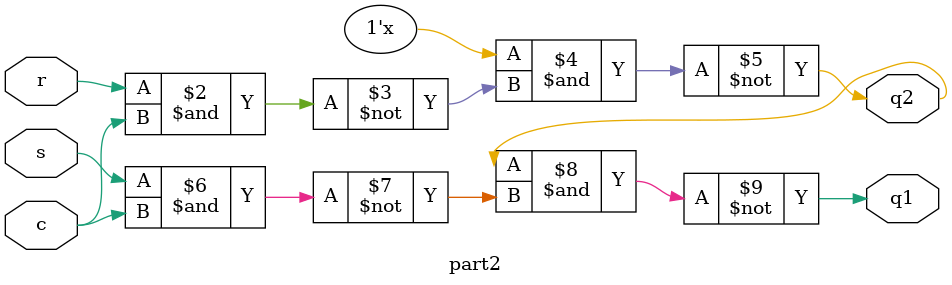
<source format=v>
module part2(output reg q1, output reg q2, input s, input c, input r);
always 
begin
q2=~(q1&~(r&c));
q1=~(q2&~(s&c));
end
endmodule

</source>
